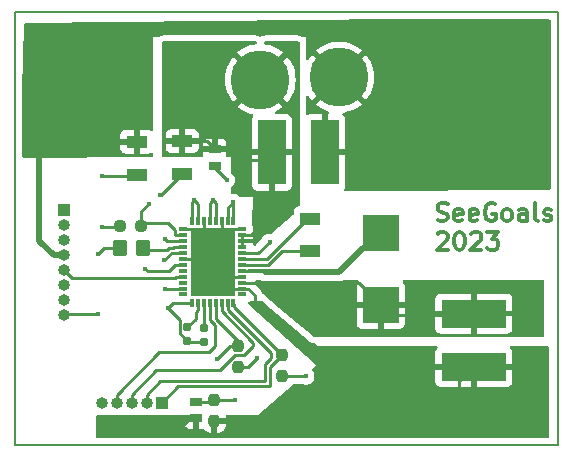
<source format=gbr>
%TF.GenerationSoftware,KiCad,Pcbnew,7.0.9-7.0.9~ubuntu22.04.1*%
%TF.CreationDate,2023-12-22T20:55:05+01:00*%
%TF.ProjectId,driver_seperate,64726976-6572-45f7-9365-706572617465,rev?*%
%TF.SameCoordinates,Original*%
%TF.FileFunction,Copper,L1,Top*%
%TF.FilePolarity,Positive*%
%FSLAX46Y46*%
G04 Gerber Fmt 4.6, Leading zero omitted, Abs format (unit mm)*
G04 Created by KiCad (PCBNEW 7.0.9-7.0.9~ubuntu22.04.1) date 2023-12-22 20:55:05*
%MOMM*%
%LPD*%
G01*
G04 APERTURE LIST*
G04 Aperture macros list*
%AMRoundRect*
0 Rectangle with rounded corners*
0 $1 Rounding radius*
0 $2 $3 $4 $5 $6 $7 $8 $9 X,Y pos of 4 corners*
0 Add a 4 corners polygon primitive as box body*
4,1,4,$2,$3,$4,$5,$6,$7,$8,$9,$2,$3,0*
0 Add four circle primitives for the rounded corners*
1,1,$1+$1,$2,$3*
1,1,$1+$1,$4,$5*
1,1,$1+$1,$6,$7*
1,1,$1+$1,$8,$9*
0 Add four rect primitives between the rounded corners*
20,1,$1+$1,$2,$3,$4,$5,0*
20,1,$1+$1,$4,$5,$6,$7,0*
20,1,$1+$1,$6,$7,$8,$9,0*
20,1,$1+$1,$8,$9,$2,$3,0*%
G04 Aperture macros list end*
%TA.AperFunction,NonConductor*%
%ADD10C,0.200000*%
%TD*%
%ADD11C,0.300000*%
%TA.AperFunction,NonConductor*%
%ADD12C,0.300000*%
%TD*%
%TA.AperFunction,SMDPad,CuDef*%
%ADD13R,1.820000X1.020000*%
%TD*%
%TA.AperFunction,SMDPad,CuDef*%
%ADD14RoundRect,0.237500X-0.237500X0.250000X-0.237500X-0.250000X0.237500X-0.250000X0.237500X0.250000X0*%
%TD*%
%TA.AperFunction,SMDPad,CuDef*%
%ADD15RoundRect,0.237500X-0.250000X-0.237500X0.250000X-0.237500X0.250000X0.237500X-0.250000X0.237500X0*%
%TD*%
%TA.AperFunction,SMDPad,CuDef*%
%ADD16R,3.100000X3.050000*%
%TD*%
%TA.AperFunction,ComponentPad*%
%ADD17C,5.000000*%
%TD*%
%TA.AperFunction,SMDPad,CuDef*%
%ADD18R,0.980000X0.780000*%
%TD*%
%TA.AperFunction,SMDPad,CuDef*%
%ADD19RoundRect,0.250000X0.350000X0.450000X-0.350000X0.450000X-0.350000X-0.450000X0.350000X-0.450000X0*%
%TD*%
%TA.AperFunction,ComponentPad*%
%ADD20R,1.000000X1.000000*%
%TD*%
%TA.AperFunction,ComponentPad*%
%ADD21O,1.000000X1.000000*%
%TD*%
%TA.AperFunction,SMDPad,CuDef*%
%ADD22RoundRect,0.160000X-0.160000X0.197500X-0.160000X-0.197500X0.160000X-0.197500X0.160000X0.197500X0*%
%TD*%
%TA.AperFunction,SMDPad,CuDef*%
%ADD23R,1.820000X1.070000*%
%TD*%
%TA.AperFunction,SMDPad,CuDef*%
%ADD24RoundRect,0.237500X0.237500X-0.250000X0.237500X0.250000X-0.237500X0.250000X-0.237500X-0.250000X0*%
%TD*%
%TA.AperFunction,SMDPad,CuDef*%
%ADD25R,2.390000X5.510000*%
%TD*%
%TA.AperFunction,SMDPad,CuDef*%
%ADD26R,0.800000X0.300000*%
%TD*%
%TA.AperFunction,SMDPad,CuDef*%
%ADD27R,0.300000X0.800000*%
%TD*%
%TA.AperFunction,SMDPad,CuDef*%
%ADD28R,3.800000X5.800000*%
%TD*%
%TA.AperFunction,SMDPad,CuDef*%
%ADD29R,5.510000X2.390000*%
%TD*%
%TA.AperFunction,ViaPad*%
%ADD30C,0.400000*%
%TD*%
%TA.AperFunction,ViaPad*%
%ADD31C,0.600000*%
%TD*%
%TA.AperFunction,Conductor*%
%ADD32C,0.250000*%
%TD*%
%TA.AperFunction,Conductor*%
%ADD33C,0.500000*%
%TD*%
%TA.AperFunction,Conductor*%
%ADD34C,0.350000*%
%TD*%
G04 APERTURE END LIST*
D10*
X134620000Y-78562200D02*
X180594000Y-78562200D01*
X180594000Y-115189000D01*
X134620000Y-115189000D01*
X134620000Y-78562200D01*
D11*
D12*
X170409082Y-96171200D02*
X170623368Y-96242628D01*
X170623368Y-96242628D02*
X170980510Y-96242628D01*
X170980510Y-96242628D02*
X171123368Y-96171200D01*
X171123368Y-96171200D02*
X171194796Y-96099771D01*
X171194796Y-96099771D02*
X171266225Y-95956914D01*
X171266225Y-95956914D02*
X171266225Y-95814057D01*
X171266225Y-95814057D02*
X171194796Y-95671200D01*
X171194796Y-95671200D02*
X171123368Y-95599771D01*
X171123368Y-95599771D02*
X170980510Y-95528342D01*
X170980510Y-95528342D02*
X170694796Y-95456914D01*
X170694796Y-95456914D02*
X170551939Y-95385485D01*
X170551939Y-95385485D02*
X170480510Y-95314057D01*
X170480510Y-95314057D02*
X170409082Y-95171200D01*
X170409082Y-95171200D02*
X170409082Y-95028342D01*
X170409082Y-95028342D02*
X170480510Y-94885485D01*
X170480510Y-94885485D02*
X170551939Y-94814057D01*
X170551939Y-94814057D02*
X170694796Y-94742628D01*
X170694796Y-94742628D02*
X171051939Y-94742628D01*
X171051939Y-94742628D02*
X171266225Y-94814057D01*
X172480510Y-96171200D02*
X172337653Y-96242628D01*
X172337653Y-96242628D02*
X172051939Y-96242628D01*
X172051939Y-96242628D02*
X171909081Y-96171200D01*
X171909081Y-96171200D02*
X171837653Y-96028342D01*
X171837653Y-96028342D02*
X171837653Y-95456914D01*
X171837653Y-95456914D02*
X171909081Y-95314057D01*
X171909081Y-95314057D02*
X172051939Y-95242628D01*
X172051939Y-95242628D02*
X172337653Y-95242628D01*
X172337653Y-95242628D02*
X172480510Y-95314057D01*
X172480510Y-95314057D02*
X172551939Y-95456914D01*
X172551939Y-95456914D02*
X172551939Y-95599771D01*
X172551939Y-95599771D02*
X171837653Y-95742628D01*
X173766224Y-96171200D02*
X173623367Y-96242628D01*
X173623367Y-96242628D02*
X173337653Y-96242628D01*
X173337653Y-96242628D02*
X173194795Y-96171200D01*
X173194795Y-96171200D02*
X173123367Y-96028342D01*
X173123367Y-96028342D02*
X173123367Y-95456914D01*
X173123367Y-95456914D02*
X173194795Y-95314057D01*
X173194795Y-95314057D02*
X173337653Y-95242628D01*
X173337653Y-95242628D02*
X173623367Y-95242628D01*
X173623367Y-95242628D02*
X173766224Y-95314057D01*
X173766224Y-95314057D02*
X173837653Y-95456914D01*
X173837653Y-95456914D02*
X173837653Y-95599771D01*
X173837653Y-95599771D02*
X173123367Y-95742628D01*
X175266224Y-94814057D02*
X175123367Y-94742628D01*
X175123367Y-94742628D02*
X174909081Y-94742628D01*
X174909081Y-94742628D02*
X174694795Y-94814057D01*
X174694795Y-94814057D02*
X174551938Y-94956914D01*
X174551938Y-94956914D02*
X174480509Y-95099771D01*
X174480509Y-95099771D02*
X174409081Y-95385485D01*
X174409081Y-95385485D02*
X174409081Y-95599771D01*
X174409081Y-95599771D02*
X174480509Y-95885485D01*
X174480509Y-95885485D02*
X174551938Y-96028342D01*
X174551938Y-96028342D02*
X174694795Y-96171200D01*
X174694795Y-96171200D02*
X174909081Y-96242628D01*
X174909081Y-96242628D02*
X175051938Y-96242628D01*
X175051938Y-96242628D02*
X175266224Y-96171200D01*
X175266224Y-96171200D02*
X175337652Y-96099771D01*
X175337652Y-96099771D02*
X175337652Y-95599771D01*
X175337652Y-95599771D02*
X175051938Y-95599771D01*
X176194795Y-96242628D02*
X176051938Y-96171200D01*
X176051938Y-96171200D02*
X175980509Y-96099771D01*
X175980509Y-96099771D02*
X175909081Y-95956914D01*
X175909081Y-95956914D02*
X175909081Y-95528342D01*
X175909081Y-95528342D02*
X175980509Y-95385485D01*
X175980509Y-95385485D02*
X176051938Y-95314057D01*
X176051938Y-95314057D02*
X176194795Y-95242628D01*
X176194795Y-95242628D02*
X176409081Y-95242628D01*
X176409081Y-95242628D02*
X176551938Y-95314057D01*
X176551938Y-95314057D02*
X176623367Y-95385485D01*
X176623367Y-95385485D02*
X176694795Y-95528342D01*
X176694795Y-95528342D02*
X176694795Y-95956914D01*
X176694795Y-95956914D02*
X176623367Y-96099771D01*
X176623367Y-96099771D02*
X176551938Y-96171200D01*
X176551938Y-96171200D02*
X176409081Y-96242628D01*
X176409081Y-96242628D02*
X176194795Y-96242628D01*
X177980510Y-96242628D02*
X177980510Y-95456914D01*
X177980510Y-95456914D02*
X177909081Y-95314057D01*
X177909081Y-95314057D02*
X177766224Y-95242628D01*
X177766224Y-95242628D02*
X177480510Y-95242628D01*
X177480510Y-95242628D02*
X177337652Y-95314057D01*
X177980510Y-96171200D02*
X177837652Y-96242628D01*
X177837652Y-96242628D02*
X177480510Y-96242628D01*
X177480510Y-96242628D02*
X177337652Y-96171200D01*
X177337652Y-96171200D02*
X177266224Y-96028342D01*
X177266224Y-96028342D02*
X177266224Y-95885485D01*
X177266224Y-95885485D02*
X177337652Y-95742628D01*
X177337652Y-95742628D02*
X177480510Y-95671200D01*
X177480510Y-95671200D02*
X177837652Y-95671200D01*
X177837652Y-95671200D02*
X177980510Y-95599771D01*
X178909081Y-96242628D02*
X178766224Y-96171200D01*
X178766224Y-96171200D02*
X178694795Y-96028342D01*
X178694795Y-96028342D02*
X178694795Y-94742628D01*
X179409081Y-96171200D02*
X179551938Y-96242628D01*
X179551938Y-96242628D02*
X179837652Y-96242628D01*
X179837652Y-96242628D02*
X179980509Y-96171200D01*
X179980509Y-96171200D02*
X180051938Y-96028342D01*
X180051938Y-96028342D02*
X180051938Y-95956914D01*
X180051938Y-95956914D02*
X179980509Y-95814057D01*
X179980509Y-95814057D02*
X179837652Y-95742628D01*
X179837652Y-95742628D02*
X179623367Y-95742628D01*
X179623367Y-95742628D02*
X179480509Y-95671200D01*
X179480509Y-95671200D02*
X179409081Y-95528342D01*
X179409081Y-95528342D02*
X179409081Y-95456914D01*
X179409081Y-95456914D02*
X179480509Y-95314057D01*
X179480509Y-95314057D02*
X179623367Y-95242628D01*
X179623367Y-95242628D02*
X179837652Y-95242628D01*
X179837652Y-95242628D02*
X179980509Y-95314057D01*
X170409082Y-97300485D02*
X170480510Y-97229057D01*
X170480510Y-97229057D02*
X170623368Y-97157628D01*
X170623368Y-97157628D02*
X170980510Y-97157628D01*
X170980510Y-97157628D02*
X171123368Y-97229057D01*
X171123368Y-97229057D02*
X171194796Y-97300485D01*
X171194796Y-97300485D02*
X171266225Y-97443342D01*
X171266225Y-97443342D02*
X171266225Y-97586200D01*
X171266225Y-97586200D02*
X171194796Y-97800485D01*
X171194796Y-97800485D02*
X170337653Y-98657628D01*
X170337653Y-98657628D02*
X171266225Y-98657628D01*
X172194796Y-97157628D02*
X172337653Y-97157628D01*
X172337653Y-97157628D02*
X172480510Y-97229057D01*
X172480510Y-97229057D02*
X172551939Y-97300485D01*
X172551939Y-97300485D02*
X172623367Y-97443342D01*
X172623367Y-97443342D02*
X172694796Y-97729057D01*
X172694796Y-97729057D02*
X172694796Y-98086200D01*
X172694796Y-98086200D02*
X172623367Y-98371914D01*
X172623367Y-98371914D02*
X172551939Y-98514771D01*
X172551939Y-98514771D02*
X172480510Y-98586200D01*
X172480510Y-98586200D02*
X172337653Y-98657628D01*
X172337653Y-98657628D02*
X172194796Y-98657628D01*
X172194796Y-98657628D02*
X172051939Y-98586200D01*
X172051939Y-98586200D02*
X171980510Y-98514771D01*
X171980510Y-98514771D02*
X171909081Y-98371914D01*
X171909081Y-98371914D02*
X171837653Y-98086200D01*
X171837653Y-98086200D02*
X171837653Y-97729057D01*
X171837653Y-97729057D02*
X171909081Y-97443342D01*
X171909081Y-97443342D02*
X171980510Y-97300485D01*
X171980510Y-97300485D02*
X172051939Y-97229057D01*
X172051939Y-97229057D02*
X172194796Y-97157628D01*
X173266224Y-97300485D02*
X173337652Y-97229057D01*
X173337652Y-97229057D02*
X173480510Y-97157628D01*
X173480510Y-97157628D02*
X173837652Y-97157628D01*
X173837652Y-97157628D02*
X173980510Y-97229057D01*
X173980510Y-97229057D02*
X174051938Y-97300485D01*
X174051938Y-97300485D02*
X174123367Y-97443342D01*
X174123367Y-97443342D02*
X174123367Y-97586200D01*
X174123367Y-97586200D02*
X174051938Y-97800485D01*
X174051938Y-97800485D02*
X173194795Y-98657628D01*
X173194795Y-98657628D02*
X174123367Y-98657628D01*
X174623366Y-97157628D02*
X175551938Y-97157628D01*
X175551938Y-97157628D02*
X175051938Y-97729057D01*
X175051938Y-97729057D02*
X175266223Y-97729057D01*
X175266223Y-97729057D02*
X175409081Y-97800485D01*
X175409081Y-97800485D02*
X175480509Y-97871914D01*
X175480509Y-97871914D02*
X175551938Y-98014771D01*
X175551938Y-98014771D02*
X175551938Y-98371914D01*
X175551938Y-98371914D02*
X175480509Y-98514771D01*
X175480509Y-98514771D02*
X175409081Y-98586200D01*
X175409081Y-98586200D02*
X175266223Y-98657628D01*
X175266223Y-98657628D02*
X174837652Y-98657628D01*
X174837652Y-98657628D02*
X174694795Y-98586200D01*
X174694795Y-98586200D02*
X174623366Y-98514771D01*
D13*
%TO.P,C2,1*%
%TO.N,Net-(IC1-CP)*%
X148794400Y-92261800D03*
%TO.P,C2,2*%
%TO.N,/VM*%
X148794400Y-89461800D03*
%TD*%
D14*
%TO.P,R2,1*%
%TO.N,Net-(IC1-ILIM)*%
X151511000Y-111355500D03*
%TO.P,R2,2*%
%TO.N,GND*%
X151511000Y-113180500D03*
%TD*%
D15*
%TO.P,R4,1*%
%TO.N,/AVDD*%
X143510000Y-96647000D03*
%TO.P,R4,2*%
%TO.N,/nFAULT*%
X145335000Y-96647000D03*
%TD*%
D16*
%TO.P,L1,1*%
%TO.N,Net-(IC1-SW_BK)*%
X165608000Y-97229200D03*
%TO.P,L1,2*%
%TO.N,/SW_BK*%
X165608000Y-103329200D03*
%TD*%
D17*
%TO.P,IN-1,1,1*%
%TO.N,GND*%
X162052000Y-84074000D03*
%TD*%
D18*
%TO.P,C7,1*%
%TO.N,Net-(IC1-ILIM)*%
X149987000Y-111526500D03*
%TO.P,C7,2*%
%TO.N,GND*%
X149987000Y-112926500D03*
%TD*%
D19*
%TO.P,R5,1*%
%TO.N,Net-(IC1-VSEL_BK)*%
X145510000Y-98552000D03*
%TO.P,R5,2*%
%TO.N,/AVDD*%
X143510000Y-98552000D03*
%TD*%
D13*
%TO.P,C5,1*%
%TO.N,/AVDD*%
X144933600Y-92306600D03*
%TO.P,C5,2*%
%TO.N,GND*%
X144933600Y-89506600D03*
%TD*%
D20*
%TO.P,J1,1,Pin_1*%
%TO.N,/U*%
X138785600Y-95300800D03*
D21*
%TO.P,J1,2,Pin_2*%
%TO.N,/V*%
X138785600Y-96570800D03*
%TO.P,J1,3,Pin_3*%
%TO.N,/W*%
X138785600Y-97840800D03*
%TO.P,J1,4,Pin_4*%
%TO.N,GND*%
X138785600Y-99110800D03*
%TO.P,J1,5,Pin_5*%
%TO.N,/H2*%
X138785600Y-100380800D03*
%TO.P,J1,6,Pin_6*%
%TO.N,/H1*%
X138785600Y-101650800D03*
%TO.P,J1,7,Pin_7*%
%TO.N,/H3*%
X138785600Y-102920800D03*
%TO.P,J1,8,Pin_8*%
%TO.N,/SW_BK*%
X138785600Y-104190800D03*
%TD*%
D22*
%TO.P,R6,1*%
%TO.N,Net-(IC1-SLEW)*%
X149225000Y-105193500D03*
%TO.P,R6,2*%
%TO.N,/AVDD*%
X149225000Y-106388500D03*
%TD*%
D23*
%TO.P,C1,1*%
%TO.N,Net-(IC1-CPH)*%
X159639000Y-96029000D03*
%TO.P,C1,2*%
%TO.N,Net-(IC1-CPL)*%
X159639000Y-98789000D03*
%TD*%
D24*
%TO.P,R3,1*%
%TO.N,/AVDD*%
X157226000Y-109370500D03*
%TO.P,R3,2*%
%TO.N,/FGOUT*%
X157226000Y-107545500D03*
%TD*%
%TO.P,R1,1*%
%TO.N,/AVDD*%
X153543000Y-108608500D03*
%TO.P,R1,2*%
%TO.N,Net-(IC1-ILIM)*%
X153543000Y-106783500D03*
%TD*%
D17*
%TO.P,IN+1,1,1*%
%TO.N,/VM*%
X155397200Y-84248800D03*
%TD*%
D22*
%TO.P,R7,1*%
%TO.N,Net-(IC1-ADVANCE)*%
X150622000Y-105320500D03*
%TO.P,R7,2*%
%TO.N,/AVDD*%
X150622000Y-106515500D03*
%TD*%
D20*
%TO.P,J2,1,Pin_1*%
%TO.N,/FGOUT*%
X147066000Y-111633000D03*
D21*
%TO.P,J2,2,Pin_2*%
%TO.N,/PWM*%
X145796000Y-111633000D03*
%TO.P,J2,3,Pin_3*%
%TO.N,/BRAKE*%
X144526000Y-111633000D03*
%TO.P,J2,4,Pin_4*%
%TO.N,/DIR*%
X143256000Y-111633000D03*
%TO.P,J2,5,Pin_5*%
%TO.N,/nFAULT*%
X141986000Y-111633000D03*
%TD*%
D18*
%TO.P,C3,1*%
%TO.N,/VM*%
X151537600Y-90144600D03*
%TO.P,C3,2*%
%TO.N,GND*%
X151537600Y-91544600D03*
%TD*%
D25*
%TO.P,C4,1*%
%TO.N,/VM*%
X156389000Y-90424000D03*
%TO.P,C4,2*%
%TO.N,GND*%
X160909000Y-90424000D03*
%TD*%
D26*
%TO.P,IC1,1,NC*%
%TO.N,unconnected-(IC1-NC-Pad1)*%
X153884000Y-102445000D03*
%TO.P,IC1,2,AGND_1*%
%TO.N,GND*%
X153884000Y-101945000D03*
%TO.P,IC1,3,FB_BK*%
%TO.N,/SW_BK*%
X153884000Y-101445000D03*
%TO.P,IC1,4,GND_BK*%
%TO.N,GND*%
X153884000Y-100945000D03*
%TO.P,IC1,5,SW_BK*%
%TO.N,Net-(IC1-SW_BK)*%
X153884000Y-100445000D03*
%TO.P,IC1,6,CPL*%
%TO.N,Net-(IC1-CPL)*%
X153884000Y-99945000D03*
%TO.P,IC1,7,CPH*%
%TO.N,Net-(IC1-CPH)*%
X153884000Y-99445000D03*
%TO.P,IC1,8,CP*%
%TO.N,Net-(IC1-CP)*%
X153884000Y-98945000D03*
%TO.P,IC1,9,VM_1*%
%TO.N,/VM*%
X153884000Y-98445000D03*
%TO.P,IC1,10,VM_2*%
X153884000Y-97945000D03*
%TO.P,IC1,11,VM_3*%
X153884000Y-97445000D03*
%TO.P,IC1,12,PGND_1*%
%TO.N,GND*%
X153884000Y-96945000D03*
D27*
%TO.P,IC1,13,OUTA_1*%
%TO.N,/U*%
X153134000Y-96195000D03*
%TO.P,IC1,14,OUTA_2*%
X152634000Y-96195000D03*
%TO.P,IC1,15,PGND_2*%
%TO.N,GND*%
X152134000Y-96195000D03*
%TO.P,IC1,16,OUTB_1*%
%TO.N,/V*%
X151634000Y-96195000D03*
%TO.P,IC1,17,OUTB_2*%
X151134000Y-96195000D03*
%TO.P,IC1,18,PGND_3*%
%TO.N,GND*%
X150634000Y-96195000D03*
%TO.P,IC1,19,OUTC_1*%
%TO.N,/W*%
X150134000Y-96195000D03*
%TO.P,IC1,20,OUTC_2*%
X149634000Y-96195000D03*
D26*
%TO.P,IC1,21,DRVOFF*%
%TO.N,GND*%
X148884000Y-96945000D03*
%TO.P,IC1,22,NFAULT*%
%TO.N,/nFAULT*%
X148884000Y-97445000D03*
%TO.P,IC1,23,NSLEEP*%
%TO.N,/AVDD*%
X148884000Y-97945000D03*
%TO.P,IC1,24,VSEL_BK*%
%TO.N,Net-(IC1-VSEL_BK)*%
X148884000Y-98445000D03*
%TO.P,IC1,25,AVDD*%
%TO.N,/AVDD*%
X148884000Y-98945000D03*
%TO.P,IC1,26,AGND_2*%
%TO.N,GND*%
X148884000Y-99445000D03*
%TO.P,IC1,27,HPA*%
%TO.N,/H1*%
X148884000Y-99945000D03*
%TO.P,IC1,28,HNA*%
%TO.N,unconnected-(IC1-HNA-Pad28)*%
X148884000Y-100445000D03*
%TO.P,IC1,29,HPB*%
%TO.N,/H2*%
X148884000Y-100945000D03*
%TO.P,IC1,30,HNB*%
%TO.N,unconnected-(IC1-HNB-Pad30)*%
X148884000Y-101445000D03*
%TO.P,IC1,31,HPC*%
%TO.N,/H3*%
X148884000Y-101945000D03*
%TO.P,IC1,32,HNC*%
%TO.N,unconnected-(IC1-HNC-Pad32)*%
X148884000Y-102445000D03*
D27*
%TO.P,IC1,33,MODE*%
%TO.N,/AVDD*%
X149634000Y-103195000D03*
%TO.P,IC1,34,SLEW*%
%TO.N,Net-(IC1-SLEW)*%
X150134000Y-103195000D03*
%TO.P,IC1,35,ADVANCE*%
%TO.N,Net-(IC1-ADVANCE)*%
X150634000Y-103195000D03*
%TO.P,IC1,36,DIR*%
%TO.N,/DIR*%
X151134000Y-103195000D03*
%TO.P,IC1,37,ILIM*%
%TO.N,Net-(IC1-ILIM)*%
X151634000Y-103195000D03*
%TO.P,IC1,38,BRAKE*%
%TO.N,/BRAKE*%
X152134000Y-103195000D03*
%TO.P,IC1,39,PWM*%
%TO.N,/PWM*%
X152634000Y-103195000D03*
%TO.P,IC1,40,FGOUT*%
%TO.N,/FGOUT*%
X153134000Y-103195000D03*
D28*
%TO.P,IC1,41,EP*%
%TO.N,GND*%
X151384000Y-99695000D03*
%TD*%
D29*
%TO.P,C6,1*%
%TO.N,/SW_BK*%
X173482000Y-104064400D03*
%TO.P,C6,2*%
%TO.N,GND*%
X173482000Y-108584400D03*
%TD*%
D30*
%TO.N,Net-(IC1-ILIM)*%
X151714200Y-107924600D03*
X153263600Y-111353600D03*
D31*
%TO.N,GND*%
X151841200Y-97282000D03*
D30*
X144932400Y-87630000D03*
D31*
X150164800Y-99669600D03*
D30*
X163449000Y-92456000D03*
D31*
X151282400Y-100888800D03*
D30*
X175666400Y-111302800D03*
X173939200Y-111277400D03*
X148361400Y-114046000D03*
X163449000Y-89662000D03*
D31*
X150672800Y-101904800D03*
X151942800Y-101904800D03*
D30*
X163449000Y-91059000D03*
D31*
X152450800Y-99669600D03*
D30*
X163449000Y-88392000D03*
X153466800Y-113182400D03*
D31*
X150114000Y-100888800D03*
X152501600Y-100888800D03*
D30*
X170484800Y-111302800D03*
X152552400Y-92760800D03*
D31*
X150723600Y-97282000D03*
X152501600Y-98348800D03*
X151282400Y-99669600D03*
X150164800Y-98348800D03*
D30*
X172212000Y-111277400D03*
D31*
X151282400Y-98348800D03*
D30*
%TO.N,/AVDD*%
X142036800Y-92405200D03*
X155092400Y-107848400D03*
X159283400Y-109372400D03*
X147269200Y-99568000D03*
X147320000Y-97790000D03*
X141986000Y-96774000D03*
X141630400Y-99060000D03*
X147574000Y-103615500D03*
%TO.N,/SW_BK*%
X141681200Y-104140000D03*
X159664400Y-103251000D03*
%TO.N,Net-(IC1-CP)*%
X146913600Y-94030800D03*
X156184600Y-97993200D03*
%TO.N,/VM*%
X154178000Y-91059000D03*
X154178000Y-92456000D03*
X154178000Y-88392000D03*
X154178000Y-89662000D03*
%TO.N,/W*%
X149809200Y-94488000D03*
%TO.N,/V*%
X151384000Y-94488000D03*
%TO.N,/U*%
X153111200Y-94640400D03*
%TO.N,/H3*%
X147320000Y-101981000D03*
%TO.N,/H1*%
X145618200Y-100253800D03*
%TO.N,/nFAULT*%
X145948400Y-94792800D03*
%TD*%
D32*
%TO.N,/H1*%
X145618200Y-100253800D02*
X145859400Y-100495000D01*
X145859400Y-100495000D02*
X147634000Y-100495000D01*
X147634000Y-100495000D02*
X148184000Y-99945000D01*
X148184000Y-99945000D02*
X148884000Y-99945000D01*
%TO.N,/H2*%
X148884000Y-100945000D02*
X148306000Y-100945000D01*
X148306000Y-100945000D02*
X148159000Y-101092000D01*
X148159000Y-101092000D02*
X139496800Y-101092000D01*
X139496800Y-101092000D02*
X138785600Y-100380800D01*
%TO.N,/AVDD*%
X147320000Y-97790000D02*
X147475000Y-97945000D01*
X147475000Y-97945000D02*
X148884000Y-97945000D01*
%TO.N,/nFAULT*%
X145335000Y-96647000D02*
X145589000Y-96393000D01*
X145589000Y-96393000D02*
X147574000Y-96393000D01*
X147574000Y-96393000D02*
X148159000Y-96978000D01*
X148184000Y-97445000D02*
X148884000Y-97445000D01*
X148159000Y-96978000D02*
X148159000Y-97420000D01*
X148159000Y-97420000D02*
X148184000Y-97445000D01*
%TO.N,Net-(IC1-ILIM)*%
X149987000Y-111526500D02*
X151340000Y-111526500D01*
X151714200Y-107924600D02*
X152855300Y-106783500D01*
X153543000Y-106402500D02*
X151634000Y-104493500D01*
X151634000Y-104493500D02*
X151634000Y-103195000D01*
X153543000Y-106783500D02*
X153543000Y-106402500D01*
X151340000Y-111526500D02*
X151511000Y-111355500D01*
X153261700Y-111355500D02*
X151511000Y-111355500D01*
X153263600Y-111353600D02*
X153261700Y-111355500D01*
X152855300Y-106783500D02*
X153543000Y-106783500D01*
%TO.N,GND*%
X154396000Y-101945000D02*
X154940000Y-102489000D01*
X151983000Y-101945000D02*
X151942800Y-101904800D01*
D33*
X136702800Y-97891600D02*
X136702800Y-88239600D01*
D32*
X172186600Y-111302800D02*
X170484800Y-111302800D01*
X162814000Y-90424000D02*
X160909000Y-90424000D01*
X144933600Y-87631200D02*
X144933600Y-89506600D01*
X152134000Y-96195000D02*
X152134000Y-96989200D01*
X151537600Y-91746000D02*
X151537600Y-91544600D01*
X153884000Y-100945000D02*
X152557800Y-100945000D01*
X148884000Y-99445000D02*
X149940200Y-99445000D01*
X152178200Y-96945000D02*
X151841200Y-97282000D01*
X163449000Y-92456000D02*
X163449000Y-91059000D01*
X148884000Y-96945000D02*
X150386600Y-96945000D01*
X172212000Y-111277400D02*
X173939200Y-111277400D01*
X144932400Y-87630000D02*
X144933600Y-87631200D01*
X163449000Y-91059000D02*
X162814000Y-90424000D01*
X150634000Y-97192400D02*
X150723600Y-97282000D01*
X153884000Y-101945000D02*
X151983000Y-101945000D01*
X175641000Y-111277400D02*
X175666400Y-111302800D01*
X153466800Y-113182400D02*
X153464900Y-113180500D01*
X173406400Y-108584400D02*
X173482000Y-108584400D01*
X154940000Y-102489000D02*
X154940000Y-103378000D01*
X172212000Y-111277400D02*
X172212000Y-109778800D01*
X152134000Y-96989200D02*
X151841200Y-97282000D01*
X152552400Y-92760800D02*
X151537600Y-91746000D01*
X173939200Y-111277400D02*
X175641000Y-111277400D01*
D33*
X137922000Y-99110800D02*
X136702800Y-97891600D01*
D32*
X172212000Y-111277400D02*
X172186600Y-111302800D01*
X153464900Y-113180500D02*
X151511000Y-113180500D01*
X149940200Y-99445000D02*
X150164800Y-99669600D01*
X150386600Y-96945000D02*
X150723600Y-97282000D01*
X172212000Y-109778800D02*
X173406400Y-108584400D01*
X163449000Y-88392000D02*
X163449000Y-89662000D01*
X150634000Y-96195000D02*
X150634000Y-97192400D01*
D33*
X136702800Y-88239600D02*
X136779000Y-88163400D01*
D32*
X152557800Y-100945000D02*
X152501600Y-100888800D01*
X153884000Y-101945000D02*
X154396000Y-101945000D01*
X163449000Y-89662000D02*
X163449000Y-91059000D01*
X153884000Y-96945000D02*
X152178200Y-96945000D01*
X149480900Y-112926500D02*
X149987000Y-112926500D01*
D33*
X138785600Y-99110800D02*
X137922000Y-99110800D01*
D32*
X148361400Y-114046000D02*
X149480900Y-112926500D01*
%TO.N,/AVDD*%
X144835000Y-92405200D02*
X144933600Y-92306600D01*
X147269200Y-99568000D02*
X147892200Y-98945000D01*
X157226000Y-109370500D02*
X159281500Y-109370500D01*
X143383000Y-96774000D02*
X143510000Y-96647000D01*
X148580000Y-104621500D02*
X148580000Y-105743500D01*
X147994500Y-103195000D02*
X149634000Y-103195000D01*
X148580000Y-105743500D02*
X149225000Y-106388500D01*
X149352000Y-106515500D02*
X149225000Y-106388500D01*
X141986000Y-96774000D02*
X143383000Y-96774000D01*
X147574000Y-103615500D02*
X148580000Y-104621500D01*
X142036800Y-92405200D02*
X144835000Y-92405200D01*
X141630400Y-99060000D02*
X142138400Y-98552000D01*
X159281500Y-109370500D02*
X159283400Y-109372400D01*
X147892200Y-98945000D02*
X148884000Y-98945000D01*
X150622000Y-106515500D02*
X149352000Y-106515500D01*
X147574000Y-103615500D02*
X147994500Y-103195000D01*
X142138400Y-98552000D02*
X143510000Y-98552000D01*
X154332300Y-108608500D02*
X153543000Y-108608500D01*
X155092400Y-107848400D02*
X154332300Y-108608500D01*
%TO.N,/SW_BK*%
X163751800Y-101473000D02*
X155829000Y-101473000D01*
X141681200Y-104140000D02*
X138836400Y-104140000D01*
X173381000Y-104165400D02*
X173482000Y-104064400D01*
X138836400Y-104140000D02*
X138785600Y-104190800D01*
X153884000Y-101445000D02*
X155801000Y-101445000D01*
X159664400Y-103251000D02*
X157886400Y-101473000D01*
X166444200Y-104165400D02*
X173381000Y-104165400D01*
X165608000Y-103329200D02*
X166444200Y-104165400D01*
X157886400Y-101473000D02*
X155829000Y-101473000D01*
X165608000Y-103329200D02*
X163751800Y-101473000D01*
X155801000Y-101445000D02*
X155829000Y-101473000D01*
%TO.N,Net-(IC1-CP)*%
X147025400Y-94030800D02*
X148794400Y-92261800D01*
X156184600Y-97993200D02*
X155232800Y-98945000D01*
X146913600Y-94030800D02*
X147025400Y-94030800D01*
X155232800Y-98945000D02*
X153884000Y-98945000D01*
%TO.N,/VM*%
X155754000Y-91059000D02*
X156389000Y-90424000D01*
X154584000Y-97445000D02*
X156389000Y-95640000D01*
X156389000Y-95640000D02*
X156389000Y-90424000D01*
X154178000Y-92456000D02*
X154178000Y-91059000D01*
X150854800Y-89461800D02*
X151537600Y-90144600D01*
X154178000Y-88392000D02*
X154178000Y-89662000D01*
X153884000Y-97445000D02*
X154584000Y-97445000D01*
X148794400Y-89461800D02*
X150854800Y-89461800D01*
X153695400Y-90144600D02*
X154178000Y-89662000D01*
X154178000Y-91059000D02*
X154178000Y-89662000D01*
X151537600Y-90144600D02*
X153695400Y-90144600D01*
X153884000Y-98445000D02*
X153884000Y-97945000D01*
X153884000Y-97945000D02*
X153884000Y-97445000D01*
X154178000Y-91059000D02*
X155754000Y-91059000D01*
%TO.N,Net-(IC1-CPH)*%
X159639000Y-96029000D02*
X159368000Y-96029000D01*
X159368000Y-96029000D02*
X155952000Y-99445000D01*
X155952000Y-99445000D02*
X153884000Y-99445000D01*
%TO.N,Net-(IC1-CPL)*%
X159622000Y-98806000D02*
X157227396Y-98806000D01*
X156088396Y-99945000D02*
X153884000Y-99945000D01*
X157227396Y-98806000D02*
X156088396Y-99945000D01*
X159639000Y-98789000D02*
X159622000Y-98806000D01*
%TO.N,/PWM*%
X145796000Y-111633000D02*
X145796000Y-110925894D01*
X146935894Y-109786000D02*
X155760000Y-109786000D01*
X156337000Y-107798104D02*
X156337000Y-107442000D01*
X152634000Y-103739000D02*
X152634000Y-103195000D01*
X155760000Y-109786000D02*
X155760000Y-108375104D01*
X156337000Y-107442000D02*
X152634000Y-103739000D01*
X155760000Y-108375104D02*
X156337000Y-107798104D01*
X145796000Y-110925894D02*
X146935894Y-109786000D01*
%TO.N,/DIR*%
X151536400Y-105032296D02*
X151134000Y-104629896D01*
X151536400Y-106832400D02*
X151536400Y-105032296D01*
X146841494Y-107340400D02*
X151028400Y-107340400D01*
X143256000Y-110925894D02*
X146841494Y-107340400D01*
X151028400Y-107340400D02*
X151536400Y-106832400D01*
X143256000Y-111633000D02*
X143256000Y-110925894D01*
X151134000Y-104629896D02*
X151134000Y-103195000D01*
%TO.N,/BRAKE*%
X144526000Y-110925894D02*
X146602894Y-108849000D01*
X154813000Y-106554396D02*
X152134000Y-103875396D01*
X152134000Y-103875396D02*
X152134000Y-103195000D01*
X152009000Y-108849000D02*
X153262000Y-107596000D01*
X154813000Y-106807000D02*
X154813000Y-106554396D01*
X144526000Y-111633000D02*
X144526000Y-110925894D01*
X154024000Y-107596000D02*
X154813000Y-106807000D01*
X153262000Y-107596000D02*
X154024000Y-107596000D01*
X146602894Y-108849000D02*
X152009000Y-108849000D01*
%TO.N,/FGOUT*%
X148463000Y-110236000D02*
X156210000Y-110236000D01*
X153162000Y-103223000D02*
X153134000Y-103195000D01*
X156210000Y-108561500D02*
X157226000Y-107545500D01*
X156210000Y-110236000D02*
X156210000Y-108561500D01*
X153162000Y-103481500D02*
X153162000Y-103223000D01*
X157226000Y-107545500D02*
X153162000Y-103481500D01*
X147066000Y-111633000D02*
X148463000Y-110236000D01*
%TO.N,/W*%
X149809200Y-94488000D02*
X149634000Y-94663200D01*
X149809200Y-94488000D02*
X150134000Y-94812800D01*
X149634000Y-94663200D02*
X149634000Y-96195000D01*
X150134000Y-94812800D02*
X150134000Y-96195000D01*
%TO.N,/V*%
X151134000Y-94738000D02*
X151134000Y-96195000D01*
X151384000Y-94488000D02*
X151634000Y-94738000D01*
X151384000Y-94488000D02*
X151134000Y-94738000D01*
X151634000Y-94738000D02*
X151634000Y-96195000D01*
%TO.N,/U*%
X153111200Y-94640400D02*
X153134000Y-94663200D01*
X153111200Y-94640400D02*
X152634000Y-95117600D01*
X152634000Y-95117600D02*
X152634000Y-96195000D01*
X153134000Y-94663200D02*
X153134000Y-96195000D01*
%TO.N,/H3*%
X148884000Y-101945000D02*
X147356000Y-101945000D01*
X147356000Y-101945000D02*
X147320000Y-101981000D01*
%TO.N,/nFAULT*%
X145335000Y-95406200D02*
X145335000Y-96647000D01*
X145948400Y-94792800D02*
X145335000Y-95406200D01*
D34*
%TO.N,Net-(IC1-SW_BK)*%
X164285200Y-98552000D02*
X164084000Y-98552000D01*
X165608000Y-97229200D02*
X164285200Y-98552000D01*
X155690000Y-100445000D02*
X154470000Y-100445000D01*
D33*
X162052000Y-100584000D02*
X155829000Y-100584000D01*
D34*
X155829000Y-100584000D02*
X155690000Y-100445000D01*
D33*
X164084000Y-98552000D02*
X162052000Y-100584000D01*
D32*
X154470000Y-100445000D02*
X153884000Y-100445000D01*
%TO.N,Net-(IC1-VSEL_BK)*%
X145662400Y-98704400D02*
X147496404Y-98704400D01*
X148087400Y-98445000D02*
X148884000Y-98445000D01*
X147496404Y-98704400D02*
X147705804Y-98495000D01*
X147705804Y-98495000D02*
X148037400Y-98495000D01*
X145510000Y-98552000D02*
X145662400Y-98704400D01*
X148037400Y-98495000D02*
X148087400Y-98445000D01*
%TO.N,Net-(IC1-SLEW)*%
X149933302Y-104485198D02*
X149933302Y-103959302D01*
X150134000Y-103758604D02*
X150134000Y-103195000D01*
X149933302Y-103959302D02*
X150134000Y-103758604D01*
X149225000Y-105193500D02*
X149933302Y-104485198D01*
%TO.N,Net-(IC1-ADVANCE)*%
X150622000Y-105320500D02*
X150634000Y-105308500D01*
X150634000Y-105308500D02*
X150634000Y-103195000D01*
%TD*%
%TA.AperFunction,Conductor*%
%TO.N,GND*%
G36*
X155529858Y-103016685D02*
G01*
X155542912Y-103026337D01*
X156315903Y-103680406D01*
X156652350Y-103965092D01*
X156793705Y-104084700D01*
X159538128Y-106406905D01*
X159551127Y-106417192D01*
X159570849Y-106431775D01*
X159598085Y-106450567D01*
X159692341Y-106493613D01*
X159728963Y-106510338D01*
X159773779Y-106523497D01*
X159795997Y-106530022D01*
X159796000Y-106530022D01*
X159796002Y-106530023D01*
X159796006Y-106530024D01*
X159927924Y-106548990D01*
X159988372Y-106575410D01*
X160274000Y-106807000D01*
X170298098Y-106807000D01*
X170365137Y-106826685D01*
X170410892Y-106879489D01*
X170420836Y-106948647D01*
X170391811Y-107012203D01*
X170372408Y-107030268D01*
X170369808Y-107032214D01*
X170283649Y-107147306D01*
X170283645Y-107147313D01*
X170233403Y-107282020D01*
X170233401Y-107282027D01*
X170227000Y-107341555D01*
X170227000Y-108334400D01*
X176737000Y-108334400D01*
X176737000Y-107341572D01*
X176736999Y-107341555D01*
X176730598Y-107282027D01*
X176730596Y-107282020D01*
X176680354Y-107147313D01*
X176680350Y-107147306D01*
X176594191Y-107032214D01*
X176591592Y-107030268D01*
X176589644Y-107027666D01*
X176587918Y-107025940D01*
X176588166Y-107025691D01*
X176549720Y-106974334D01*
X176544736Y-106904643D01*
X176578220Y-106843319D01*
X176639543Y-106809834D01*
X176665902Y-106807000D01*
X179733400Y-106807000D01*
X179800439Y-106826685D01*
X179846194Y-106879489D01*
X179857400Y-106931000D01*
X179857400Y-114464500D01*
X179837715Y-114531539D01*
X179784911Y-114577294D01*
X179733400Y-114588500D01*
X141602000Y-114588500D01*
X141534961Y-114568815D01*
X141489206Y-114516011D01*
X141478000Y-114464500D01*
X141478000Y-113176500D01*
X148997000Y-113176500D01*
X148997000Y-113364344D01*
X149003401Y-113423872D01*
X149003403Y-113423879D01*
X149053645Y-113558586D01*
X149053649Y-113558593D01*
X149139809Y-113673687D01*
X149139812Y-113673690D01*
X149254906Y-113759850D01*
X149254913Y-113759854D01*
X149389620Y-113810096D01*
X149389627Y-113810098D01*
X149449155Y-113816499D01*
X149449172Y-113816500D01*
X149737000Y-113816500D01*
X149737000Y-113176500D01*
X148997000Y-113176500D01*
X141478000Y-113176500D01*
X141478000Y-112798170D01*
X141497685Y-112731131D01*
X141550489Y-112685376D01*
X141601766Y-112674170D01*
X148929513Y-112660600D01*
X148984033Y-112676500D01*
X150113000Y-112676500D01*
X150180039Y-112696185D01*
X150225794Y-112748989D01*
X150237000Y-112800500D01*
X150237000Y-113816500D01*
X150524828Y-113816500D01*
X150524839Y-113816499D01*
X150559853Y-113812734D01*
X150628612Y-113825137D01*
X150678649Y-113870925D01*
X150691054Y-113891037D01*
X150812961Y-114012944D01*
X150812965Y-114012947D01*
X150959688Y-114103448D01*
X150959699Y-114103453D01*
X151123347Y-114157680D01*
X151224352Y-114167999D01*
X151261000Y-114167999D01*
X151261000Y-113430500D01*
X151761000Y-113430500D01*
X151761000Y-114167999D01*
X151797640Y-114167999D01*
X151797654Y-114167998D01*
X151898652Y-114157680D01*
X152062300Y-114103453D01*
X152062311Y-114103448D01*
X152209034Y-114012947D01*
X152209038Y-114012944D01*
X152330944Y-113891038D01*
X152330947Y-113891034D01*
X152421448Y-113744311D01*
X152421453Y-113744300D01*
X152475680Y-113580652D01*
X152485999Y-113479654D01*
X152486000Y-113479641D01*
X152486000Y-113430500D01*
X151761000Y-113430500D01*
X151261000Y-113430500D01*
X151261000Y-113054500D01*
X151280685Y-112987461D01*
X151333489Y-112941706D01*
X151385000Y-112930500D01*
X152485999Y-112930500D01*
X152485999Y-112881360D01*
X152485998Y-112881345D01*
X152476708Y-112790405D01*
X152489478Y-112721712D01*
X152537358Y-112670828D01*
X152599832Y-112653804D01*
X155194000Y-112649000D01*
X158294689Y-110025339D01*
X158358581Y-109997063D01*
X158374786Y-109996000D01*
X158933658Y-109996000D01*
X158991281Y-110010202D01*
X159033175Y-110032190D01*
X159198344Y-110072900D01*
X159368456Y-110072900D01*
X159533625Y-110032190D01*
X159613092Y-109990481D01*
X159684249Y-109953136D01*
X159684250Y-109953134D01*
X159684252Y-109953134D01*
X159811583Y-109840329D01*
X159908218Y-109700330D01*
X159968540Y-109541272D01*
X159989045Y-109372400D01*
X159968540Y-109203528D01*
X159908218Y-109044470D01*
X159811583Y-108904471D01*
X159811582Y-108904470D01*
X159807322Y-108898298D01*
X159808971Y-108897159D01*
X159783618Y-108843226D01*
X159784788Y-108834400D01*
X170227000Y-108834400D01*
X170227000Y-109827244D01*
X170233401Y-109886772D01*
X170233403Y-109886779D01*
X170283645Y-110021486D01*
X170283649Y-110021493D01*
X170369809Y-110136587D01*
X170369812Y-110136590D01*
X170484906Y-110222750D01*
X170484913Y-110222754D01*
X170619620Y-110272996D01*
X170619627Y-110272998D01*
X170679155Y-110279399D01*
X170679172Y-110279400D01*
X173232000Y-110279400D01*
X173232000Y-108834400D01*
X173732000Y-108834400D01*
X173732000Y-110279400D01*
X176284828Y-110279400D01*
X176284844Y-110279399D01*
X176344372Y-110272998D01*
X176344379Y-110272996D01*
X176479086Y-110222754D01*
X176479093Y-110222750D01*
X176594187Y-110136590D01*
X176594190Y-110136587D01*
X176680350Y-110021493D01*
X176680354Y-110021486D01*
X176730596Y-109886779D01*
X176730598Y-109886772D01*
X176736999Y-109827244D01*
X176737000Y-109827227D01*
X176737000Y-108834400D01*
X173732000Y-108834400D01*
X173232000Y-108834400D01*
X170227000Y-108834400D01*
X159784788Y-108834400D01*
X159792798Y-108773962D01*
X159826054Y-108729569D01*
X160147000Y-108458000D01*
X154376443Y-103288543D01*
X154339645Y-103229150D01*
X154340799Y-103159290D01*
X154379538Y-103101143D01*
X154415849Y-103080002D01*
X154526331Y-103038796D01*
X154549124Y-103021732D01*
X154614588Y-102997316D01*
X154623435Y-102997000D01*
X155462819Y-102997000D01*
X155529858Y-103016685D01*
G37*
%TD.AperFunction*%
%TD*%
%TA.AperFunction,Conductor*%
%TO.N,GND*%
G36*
X179936539Y-79182385D02*
G01*
X179982294Y-79235189D01*
X179993500Y-79286700D01*
X179993500Y-93476440D01*
X179973815Y-93543479D01*
X179921011Y-93589234D01*
X179870327Y-93600437D01*
X162575325Y-93715737D01*
X162508155Y-93696500D01*
X162462050Y-93644002D01*
X162451645Y-93574912D01*
X162475232Y-93517428D01*
X162547352Y-93421089D01*
X162547354Y-93421086D01*
X162597596Y-93286379D01*
X162597598Y-93286372D01*
X162603999Y-93226844D01*
X162604000Y-93226827D01*
X162604000Y-90674000D01*
X160783000Y-90674000D01*
X160715961Y-90654315D01*
X160670206Y-90601511D01*
X160659000Y-90550000D01*
X160659000Y-87169000D01*
X159666155Y-87169000D01*
X159606627Y-87175401D01*
X159606620Y-87175403D01*
X159471913Y-87225645D01*
X159471907Y-87225649D01*
X159456310Y-87237325D01*
X159390846Y-87261742D01*
X159322573Y-87246890D01*
X159273168Y-87197485D01*
X159258000Y-87138058D01*
X159258000Y-85697424D01*
X159277685Y-85630385D01*
X159330489Y-85584630D01*
X159399647Y-85574686D01*
X159463203Y-85603711D01*
X159489387Y-85635424D01*
X159541289Y-85725322D01*
X159749972Y-86005631D01*
X159749976Y-86005636D01*
X159758147Y-86014297D01*
X159758148Y-86014298D01*
X161005665Y-84766781D01*
X161144855Y-84941320D01*
X161314299Y-85089358D01*
X161361808Y-85117743D01*
X160114817Y-86364733D01*
X160114818Y-86364734D01*
X160257480Y-86484442D01*
X160549461Y-86676480D01*
X160861739Y-86833314D01*
X160861745Y-86833316D01*
X161142883Y-86935642D01*
X161199147Y-86977068D01*
X161224083Y-87042337D01*
X161209773Y-87110725D01*
X161188155Y-87139845D01*
X161159000Y-87169000D01*
X161159000Y-90174000D01*
X162604000Y-90174000D01*
X162604000Y-87621172D01*
X162603999Y-87621155D01*
X162597598Y-87561627D01*
X162597596Y-87561620D01*
X162547354Y-87426913D01*
X162547350Y-87426906D01*
X162461190Y-87311812D01*
X162461187Y-87311809D01*
X162403660Y-87268744D01*
X162361789Y-87212810D01*
X162356805Y-87143119D01*
X162390291Y-87081796D01*
X162451614Y-87048312D01*
X162463576Y-87046316D01*
X162573827Y-87033429D01*
X162573829Y-87033429D01*
X162913866Y-86952839D01*
X162913869Y-86952838D01*
X163242254Y-86833316D01*
X163242260Y-86833314D01*
X163554538Y-86676480D01*
X163846515Y-86484445D01*
X163989180Y-86364734D01*
X163989181Y-86364733D01*
X162742125Y-85117678D01*
X162877747Y-85019144D01*
X163033239Y-84856512D01*
X163094801Y-84763248D01*
X164345850Y-86014297D01*
X164354032Y-86005625D01*
X164562710Y-85725322D01*
X164737438Y-85422683D01*
X164737444Y-85422670D01*
X164875854Y-85101800D01*
X164976083Y-84767011D01*
X164976085Y-84767002D01*
X165036763Y-84422880D01*
X165036764Y-84422869D01*
X165057084Y-84074003D01*
X165057084Y-84073996D01*
X165036764Y-83725130D01*
X165036763Y-83725119D01*
X164976085Y-83380997D01*
X164976083Y-83380988D01*
X164875854Y-83046199D01*
X164737444Y-82725329D01*
X164737438Y-82725316D01*
X164562710Y-82422677D01*
X164354029Y-82142371D01*
X164345850Y-82133701D01*
X164345850Y-82133700D01*
X163098333Y-83381217D01*
X162959145Y-83206680D01*
X162789701Y-83058642D01*
X162742191Y-83030256D01*
X163989181Y-81783265D01*
X163989180Y-81783264D01*
X163846519Y-81663557D01*
X163554538Y-81471519D01*
X163242260Y-81314685D01*
X163242254Y-81314683D01*
X162913869Y-81195161D01*
X162913866Y-81195160D01*
X162573828Y-81114570D01*
X162226723Y-81074000D01*
X161877277Y-81074000D01*
X161530172Y-81114570D01*
X161530170Y-81114570D01*
X161190133Y-81195160D01*
X161190130Y-81195161D01*
X160861745Y-81314683D01*
X160861739Y-81314685D01*
X160549461Y-81471519D01*
X160257485Y-81663554D01*
X160114817Y-81783264D01*
X161361874Y-83030321D01*
X161226253Y-83128856D01*
X161070761Y-83291488D01*
X161009198Y-83384751D01*
X159758148Y-82133701D01*
X159758146Y-82133701D01*
X159749973Y-82142366D01*
X159541289Y-82422677D01*
X159489387Y-82512575D01*
X159438820Y-82560791D01*
X159370213Y-82574013D01*
X159305348Y-82548045D01*
X159264820Y-82491131D01*
X159258000Y-82450575D01*
X159258000Y-80645000D01*
X159040938Y-80645000D01*
X158973899Y-80625315D01*
X158973699Y-80625165D01*
X158966332Y-80620430D01*
X158835465Y-80560664D01*
X158835460Y-80560662D01*
X158835459Y-80560662D01*
X158812858Y-80554025D01*
X158768425Y-80540978D01*
X158768419Y-80540976D01*
X158682966Y-80528690D01*
X158626000Y-80520500D01*
X155784053Y-80520500D01*
X155762677Y-80521405D01*
X155731131Y-80524082D01*
X155688725Y-80529493D01*
X155688722Y-80529494D01*
X155551789Y-80573666D01*
X155551786Y-80573667D01*
X155551781Y-80573669D01*
X155489027Y-80604357D01*
X155489024Y-80604359D01*
X155472304Y-80615740D01*
X155405807Y-80637188D01*
X155348965Y-80622115D01*
X155348051Y-80624117D01*
X155339985Y-80620433D01*
X155237589Y-80573669D01*
X155209111Y-80560663D01*
X155142074Y-80540978D01*
X155142068Y-80540976D01*
X155056615Y-80528690D01*
X154999649Y-80520500D01*
X147190000Y-80520500D01*
X147189991Y-80520500D01*
X147189990Y-80520501D01*
X147082549Y-80532052D01*
X147082537Y-80532054D01*
X147031027Y-80543260D01*
X146928502Y-80577383D01*
X146928496Y-80577386D01*
X146853919Y-80625315D01*
X146786879Y-80645000D01*
X146304000Y-80645000D01*
X146304000Y-88468952D01*
X146284315Y-88535991D01*
X146231511Y-88581746D01*
X146162353Y-88591690D01*
X146105689Y-88568219D01*
X146085689Y-88553247D01*
X146085686Y-88553245D01*
X145950979Y-88503003D01*
X145950972Y-88503001D01*
X145891444Y-88496600D01*
X145183600Y-88496600D01*
X145183600Y-90516600D01*
X145891428Y-90516600D01*
X145891444Y-90516599D01*
X145950972Y-90510198D01*
X145950979Y-90510196D01*
X146085686Y-90459954D01*
X146085690Y-90459952D01*
X146105687Y-90444982D01*
X146171150Y-90420563D01*
X146239424Y-90435413D01*
X146288831Y-90484817D01*
X146304000Y-90544247D01*
X146304000Y-90681562D01*
X146284315Y-90748601D01*
X146231511Y-90794356D01*
X146180564Y-90805561D01*
X135345064Y-90854812D01*
X135277935Y-90835432D01*
X135231941Y-90782837D01*
X135220500Y-90730813D01*
X135220500Y-89756600D01*
X143523600Y-89756600D01*
X143523600Y-90064444D01*
X143530001Y-90123972D01*
X143530003Y-90123979D01*
X143580245Y-90258686D01*
X143580249Y-90258693D01*
X143666409Y-90373787D01*
X143666412Y-90373790D01*
X143781506Y-90459950D01*
X143781513Y-90459954D01*
X143916220Y-90510196D01*
X143916227Y-90510198D01*
X143975755Y-90516599D01*
X143975772Y-90516600D01*
X144683600Y-90516600D01*
X144683600Y-89756600D01*
X143523600Y-89756600D01*
X135220500Y-89756600D01*
X135220500Y-89256600D01*
X143523600Y-89256600D01*
X144683600Y-89256600D01*
X144683600Y-88496600D01*
X143975755Y-88496600D01*
X143916227Y-88503001D01*
X143916220Y-88503003D01*
X143781513Y-88553245D01*
X143781506Y-88553249D01*
X143666412Y-88639409D01*
X143666409Y-88639412D01*
X143580249Y-88754506D01*
X143580245Y-88754513D01*
X143530003Y-88889220D01*
X143530001Y-88889227D01*
X143523600Y-88948755D01*
X143523600Y-89256600D01*
X135220500Y-89256600D01*
X135220500Y-86721050D01*
X135256725Y-85101800D01*
X135379317Y-79621922D01*
X135400496Y-79555340D01*
X135454310Y-79510778D01*
X135501942Y-79500703D01*
X166776179Y-79162700D01*
X179869500Y-79162700D01*
X179936539Y-79182385D01*
G37*
%TD.AperFunction*%
%TD*%
%TA.AperFunction,Conductor*%
%TO.N,/VM*%
G36*
X155066688Y-81045685D02*
G01*
X155112443Y-81098489D01*
X155122387Y-81167647D01*
X155093362Y-81231203D01*
X155034584Y-81268977D01*
X155014044Y-81273162D01*
X154875372Y-81289370D01*
X154875370Y-81289370D01*
X154535333Y-81369960D01*
X154535330Y-81369961D01*
X154206945Y-81489483D01*
X154206939Y-81489485D01*
X153894661Y-81646319D01*
X153602685Y-81838354D01*
X153460017Y-81958064D01*
X154707074Y-83205121D01*
X154571453Y-83303656D01*
X154415961Y-83466288D01*
X154354398Y-83559551D01*
X153103348Y-82308501D01*
X153103346Y-82308501D01*
X153095173Y-82317166D01*
X152886489Y-82597477D01*
X152711761Y-82900116D01*
X152711755Y-82900129D01*
X152573345Y-83220999D01*
X152473116Y-83555788D01*
X152473114Y-83555797D01*
X152412436Y-83899919D01*
X152412435Y-83899930D01*
X152392116Y-84248796D01*
X152392116Y-84248803D01*
X152412435Y-84597669D01*
X152412436Y-84597680D01*
X152473114Y-84941802D01*
X152473116Y-84941811D01*
X152573345Y-85276600D01*
X152711755Y-85597470D01*
X152711761Y-85597483D01*
X152886489Y-85900122D01*
X153095172Y-86180431D01*
X153095176Y-86180436D01*
X153103347Y-86189097D01*
X153103348Y-86189098D01*
X154350865Y-84941581D01*
X154490055Y-85116120D01*
X154659499Y-85264158D01*
X154707008Y-85292543D01*
X153460017Y-86539533D01*
X153460018Y-86539534D01*
X153602680Y-86659242D01*
X153894661Y-86851280D01*
X154206939Y-87008114D01*
X154206945Y-87008116D01*
X154535330Y-87127638D01*
X154535332Y-87127639D01*
X154724496Y-87172471D01*
X154785189Y-87207085D01*
X154817533Y-87269018D01*
X154811260Y-87338605D01*
X154795167Y-87367440D01*
X154750647Y-87426911D01*
X154750645Y-87426913D01*
X154700403Y-87561620D01*
X154700401Y-87561627D01*
X154694000Y-87621155D01*
X154694000Y-90174000D01*
X158084000Y-90174000D01*
X158084000Y-87621172D01*
X158083999Y-87621155D01*
X158077598Y-87561627D01*
X158077596Y-87561620D01*
X158027354Y-87426913D01*
X158027350Y-87426906D01*
X157941190Y-87311812D01*
X157941187Y-87311809D01*
X157826093Y-87225649D01*
X157826086Y-87225645D01*
X157691379Y-87175403D01*
X157691372Y-87175401D01*
X157631844Y-87169000D01*
X156790305Y-87169000D01*
X156723266Y-87149315D01*
X156677511Y-87096511D01*
X156667567Y-87027353D01*
X156696592Y-86963797D01*
X156734654Y-86934190D01*
X156899738Y-86851280D01*
X157191715Y-86659245D01*
X157334380Y-86539534D01*
X157334381Y-86539533D01*
X156087325Y-85292478D01*
X156222947Y-85193944D01*
X156378439Y-85031312D01*
X156440001Y-84938048D01*
X157691050Y-86189097D01*
X157699232Y-86180425D01*
X157907910Y-85900122D01*
X158082638Y-85597483D01*
X158082644Y-85597470D01*
X158221054Y-85276600D01*
X158321283Y-84941811D01*
X158321285Y-84941802D01*
X158381963Y-84597680D01*
X158381964Y-84597669D01*
X158402284Y-84248803D01*
X158402284Y-84248796D01*
X158381964Y-83899930D01*
X158381963Y-83899919D01*
X158321285Y-83555797D01*
X158321283Y-83555788D01*
X158221054Y-83220999D01*
X158082644Y-82900129D01*
X158082638Y-82900116D01*
X157907910Y-82597477D01*
X157699229Y-82317171D01*
X157691050Y-82308501D01*
X157691050Y-82308500D01*
X156443533Y-83556017D01*
X156304345Y-83381480D01*
X156134901Y-83233442D01*
X156087391Y-83205056D01*
X157334381Y-81958065D01*
X157334380Y-81958064D01*
X157191719Y-81838357D01*
X156899738Y-81646319D01*
X156587460Y-81489485D01*
X156587454Y-81489483D01*
X156259069Y-81369961D01*
X156259066Y-81369960D01*
X155919028Y-81289370D01*
X155780356Y-81273162D01*
X155716055Y-81245827D01*
X155676739Y-81188069D01*
X155674892Y-81118223D01*
X155711099Y-81058467D01*
X155773865Y-81027772D01*
X155794751Y-81026000D01*
X158626000Y-81026000D01*
X158693039Y-81045685D01*
X158738794Y-81098489D01*
X158750000Y-81150000D01*
X158750000Y-94874712D01*
X158730315Y-94941751D01*
X158677511Y-94987506D01*
X158639255Y-94998002D01*
X158621516Y-94999909D01*
X158486671Y-95050202D01*
X158486664Y-95050206D01*
X158371455Y-95136452D01*
X158371452Y-95136455D01*
X158285206Y-95251664D01*
X158285202Y-95251671D01*
X158234908Y-95386517D01*
X158228501Y-95446116D01*
X158228500Y-95446135D01*
X158228500Y-95645344D01*
X158208815Y-95712383D01*
X158185711Y-95739049D01*
X156414249Y-97274316D01*
X156350696Y-97303347D01*
X156303363Y-97301008D01*
X156278987Y-97295000D01*
X156269656Y-97292700D01*
X156099544Y-97292700D01*
X155934373Y-97333410D01*
X155783750Y-97412463D01*
X155656416Y-97525272D01*
X155559783Y-97665267D01*
X155527580Y-97750179D01*
X155499319Y-97793888D01*
X155010028Y-98283181D01*
X154948705Y-98316666D01*
X154922347Y-98319500D01*
X154903158Y-98319500D01*
X154836119Y-98299815D01*
X154790364Y-98247011D01*
X154779875Y-98208815D01*
X154779821Y-98208315D01*
X154779815Y-98181742D01*
X154783999Y-98142831D01*
X154784000Y-98142821D01*
X154784000Y-98095000D01*
X154034000Y-98095000D01*
X154034000Y-98170500D01*
X154014315Y-98237539D01*
X153961511Y-98283294D01*
X153910000Y-98294500D01*
X153908499Y-98294500D01*
X153841460Y-98274815D01*
X153795705Y-98222011D01*
X153784499Y-98170500D01*
X153784499Y-97719499D01*
X153804184Y-97652460D01*
X153856988Y-97606705D01*
X153908499Y-97595499D01*
X153910000Y-97595499D01*
X153977039Y-97615184D01*
X154022794Y-97667988D01*
X154034000Y-97719499D01*
X154034000Y-97795000D01*
X154784000Y-97795000D01*
X154784000Y-97747179D01*
X154783999Y-97747168D01*
X154779815Y-97708258D01*
X154779815Y-97681742D01*
X154783999Y-97642831D01*
X154784000Y-97642821D01*
X154784000Y-97595000D01*
X154782627Y-97595000D01*
X154715588Y-97575315D01*
X154669833Y-97522511D01*
X154659889Y-97453353D01*
X154683361Y-97396688D01*
X154722289Y-97344688D01*
X154770105Y-97308894D01*
X154784000Y-97295000D01*
X154784000Y-97247182D01*
X154783999Y-97247164D01*
X154780068Y-97210602D01*
X154780068Y-97184094D01*
X154784500Y-97142873D01*
X154784499Y-96747128D01*
X154778091Y-96687517D01*
X154768365Y-96661441D01*
X154727681Y-96552361D01*
X154719968Y-96503961D01*
X154813000Y-94234000D01*
X153746934Y-94234000D01*
X153679895Y-94214315D01*
X153644886Y-94180442D01*
X153639385Y-94172473D01*
X153512049Y-94059663D01*
X153361426Y-93980610D01*
X153196256Y-93939900D01*
X153032000Y-93939900D01*
X152964961Y-93920215D01*
X152919206Y-93867411D01*
X152908000Y-93815900D01*
X152908000Y-93437431D01*
X152927685Y-93370392D01*
X152949773Y-93344615D01*
X152953248Y-93341535D01*
X152953252Y-93341534D01*
X153080583Y-93228729D01*
X153177218Y-93088730D01*
X153237540Y-92929672D01*
X153258045Y-92760800D01*
X153237540Y-92591928D01*
X153177218Y-92432870D01*
X153174333Y-92428691D01*
X153139617Y-92378396D01*
X153080583Y-92292871D01*
X153079765Y-92292146D01*
X152949773Y-92176983D01*
X152912646Y-92117794D01*
X152908000Y-92084168D01*
X152908000Y-90805000D01*
X152638987Y-90805000D01*
X152571948Y-90785315D01*
X152526193Y-90732511D01*
X152517780Y-90674000D01*
X154694000Y-90674000D01*
X154694000Y-93226844D01*
X154700401Y-93286372D01*
X154700403Y-93286379D01*
X154750645Y-93421086D01*
X154750649Y-93421093D01*
X154836809Y-93536187D01*
X154836812Y-93536190D01*
X154951906Y-93622350D01*
X154951913Y-93622354D01*
X155086620Y-93672596D01*
X155086627Y-93672598D01*
X155146155Y-93678999D01*
X155146172Y-93679000D01*
X156139000Y-93679000D01*
X156139000Y-90674000D01*
X156639000Y-90674000D01*
X156639000Y-93679000D01*
X157631828Y-93679000D01*
X157631844Y-93678999D01*
X157691372Y-93672598D01*
X157691379Y-93672596D01*
X157826086Y-93622354D01*
X157826093Y-93622350D01*
X157941187Y-93536190D01*
X157941190Y-93536187D01*
X158027350Y-93421093D01*
X158027354Y-93421086D01*
X158077596Y-93286379D01*
X158077598Y-93286372D01*
X158083999Y-93226844D01*
X158084000Y-93226827D01*
X158084000Y-90674000D01*
X156639000Y-90674000D01*
X156139000Y-90674000D01*
X154694000Y-90674000D01*
X152517780Y-90674000D01*
X152516249Y-90663353D01*
X152519757Y-90649611D01*
X152519413Y-90649530D01*
X152521198Y-90641972D01*
X152527599Y-90582444D01*
X152527600Y-90582427D01*
X152527600Y-90394600D01*
X150547600Y-90394600D01*
X150547600Y-90582444D01*
X150554001Y-90641972D01*
X150555787Y-90649530D01*
X150553283Y-90650121D01*
X150557382Y-90707346D01*
X150523903Y-90768672D01*
X150462584Y-90802163D01*
X150436213Y-90805000D01*
X147190000Y-90805000D01*
X147122961Y-90785315D01*
X147077206Y-90732511D01*
X147066000Y-90681000D01*
X147066000Y-89711800D01*
X147384400Y-89711800D01*
X147384400Y-90019644D01*
X147390801Y-90079172D01*
X147390803Y-90079179D01*
X147441045Y-90213886D01*
X147441049Y-90213893D01*
X147527209Y-90328987D01*
X147527212Y-90328990D01*
X147642306Y-90415150D01*
X147642313Y-90415154D01*
X147777020Y-90465396D01*
X147777027Y-90465398D01*
X147836555Y-90471799D01*
X147836572Y-90471800D01*
X148544400Y-90471800D01*
X148544400Y-89711800D01*
X149044400Y-89711800D01*
X149044400Y-90471800D01*
X149752228Y-90471800D01*
X149752244Y-90471799D01*
X149811772Y-90465398D01*
X149811779Y-90465396D01*
X149946486Y-90415154D01*
X149946493Y-90415150D01*
X150061587Y-90328990D01*
X150061590Y-90328987D01*
X150147750Y-90213893D01*
X150147754Y-90213886D01*
X150197996Y-90079179D01*
X150197998Y-90079172D01*
X150204399Y-90019644D01*
X150204400Y-90019627D01*
X150204400Y-89894600D01*
X150547600Y-89894600D01*
X151287600Y-89894600D01*
X151287600Y-89254600D01*
X151787600Y-89254600D01*
X151787600Y-89894600D01*
X152527600Y-89894600D01*
X152527600Y-89706772D01*
X152527599Y-89706755D01*
X152521198Y-89647227D01*
X152521196Y-89647220D01*
X152470954Y-89512513D01*
X152470950Y-89512506D01*
X152384790Y-89397412D01*
X152384787Y-89397409D01*
X152269693Y-89311249D01*
X152269686Y-89311245D01*
X152134979Y-89261003D01*
X152134972Y-89261001D01*
X152075444Y-89254600D01*
X151787600Y-89254600D01*
X151287600Y-89254600D01*
X150999755Y-89254600D01*
X150940227Y-89261001D01*
X150940220Y-89261003D01*
X150805513Y-89311245D01*
X150805506Y-89311249D01*
X150690412Y-89397409D01*
X150690409Y-89397412D01*
X150604249Y-89512506D01*
X150604245Y-89512513D01*
X150554003Y-89647220D01*
X150554001Y-89647227D01*
X150547600Y-89706755D01*
X150547600Y-89894600D01*
X150204400Y-89894600D01*
X150204400Y-89711800D01*
X149044400Y-89711800D01*
X148544400Y-89711800D01*
X147384400Y-89711800D01*
X147066000Y-89711800D01*
X147066000Y-89211800D01*
X147384400Y-89211800D01*
X148544400Y-89211800D01*
X148544400Y-88451800D01*
X149044400Y-88451800D01*
X149044400Y-89211800D01*
X150204400Y-89211800D01*
X150204400Y-88903972D01*
X150204399Y-88903955D01*
X150197998Y-88844427D01*
X150197996Y-88844420D01*
X150147754Y-88709713D01*
X150147750Y-88709706D01*
X150061590Y-88594612D01*
X150061587Y-88594609D01*
X149946493Y-88508449D01*
X149946486Y-88508445D01*
X149811779Y-88458203D01*
X149811772Y-88458201D01*
X149752244Y-88451800D01*
X149044400Y-88451800D01*
X148544400Y-88451800D01*
X147836555Y-88451800D01*
X147777027Y-88458201D01*
X147777020Y-88458203D01*
X147642313Y-88508445D01*
X147642306Y-88508449D01*
X147527212Y-88594609D01*
X147527209Y-88594612D01*
X147441049Y-88709706D01*
X147441045Y-88709713D01*
X147390803Y-88844420D01*
X147390801Y-88844427D01*
X147384400Y-88903955D01*
X147384400Y-89211800D01*
X147066000Y-89211800D01*
X147066000Y-81150000D01*
X147085685Y-81082961D01*
X147138489Y-81037206D01*
X147190000Y-81026000D01*
X154999649Y-81026000D01*
X155066688Y-81045685D01*
G37*
%TD.AperFunction*%
%TD*%
%TA.AperFunction,Conductor*%
%TO.N,/SW_BK*%
G36*
X155447410Y-101232188D02*
G01*
X155570567Y-101294040D01*
X155741279Y-101334500D01*
X161988295Y-101334500D01*
X162006265Y-101335809D01*
X162030023Y-101339289D01*
X162082068Y-101334735D01*
X162087470Y-101334500D01*
X162095704Y-101334500D01*
X162095709Y-101334500D01*
X162118686Y-101331814D01*
X162128276Y-101330693D01*
X162141028Y-101329577D01*
X162204797Y-101323999D01*
X162204805Y-101323996D01*
X162211866Y-101322539D01*
X162211878Y-101322598D01*
X162219243Y-101320965D01*
X162219229Y-101320906D01*
X162226246Y-101319241D01*
X162226255Y-101319241D01*
X162298423Y-101292974D01*
X162371334Y-101268814D01*
X162371343Y-101268807D01*
X162377882Y-101265760D01*
X162377908Y-101265816D01*
X162384690Y-101262532D01*
X162384663Y-101262478D01*
X162391106Y-101259240D01*
X162391117Y-101259237D01*
X162413289Y-101244653D01*
X162421278Y-101239400D01*
X162488105Y-101219007D01*
X162489417Y-101219000D01*
X163632838Y-101219000D01*
X163699877Y-101238685D01*
X163745632Y-101291489D01*
X163755576Y-101360647D01*
X163726551Y-101424203D01*
X163707149Y-101442266D01*
X163700812Y-101447009D01*
X163700809Y-101447012D01*
X163614649Y-101562106D01*
X163614645Y-101562113D01*
X163564403Y-101696820D01*
X163564401Y-101696827D01*
X163558000Y-101756355D01*
X163558000Y-103079200D01*
X167658000Y-103079200D01*
X167658000Y-101756372D01*
X167657999Y-101756355D01*
X167651598Y-101696827D01*
X167651596Y-101696820D01*
X167601354Y-101562113D01*
X167601350Y-101562106D01*
X167515190Y-101447012D01*
X167515187Y-101447009D01*
X167508851Y-101442266D01*
X167466980Y-101386333D01*
X167461996Y-101316641D01*
X167495482Y-101255318D01*
X167556805Y-101221834D01*
X167583162Y-101219000D01*
X179327000Y-101219000D01*
X179394039Y-101238685D01*
X179439794Y-101291489D01*
X179451000Y-101343000D01*
X179451000Y-105921000D01*
X179431315Y-105988039D01*
X179378511Y-106033794D01*
X179327000Y-106045000D01*
X159938422Y-106045000D01*
X159871383Y-106025315D01*
X159858325Y-106015660D01*
X159746454Y-105921000D01*
X158542214Y-104902027D01*
X156978874Y-103579200D01*
X163558000Y-103579200D01*
X163558000Y-104902044D01*
X163564401Y-104961572D01*
X163564403Y-104961579D01*
X163614645Y-105096286D01*
X163614649Y-105096293D01*
X163700809Y-105211387D01*
X163700812Y-105211390D01*
X163815906Y-105297550D01*
X163815913Y-105297554D01*
X163950620Y-105347796D01*
X163950627Y-105347798D01*
X164010155Y-105354199D01*
X164010172Y-105354200D01*
X165358000Y-105354200D01*
X165358000Y-103579200D01*
X165858000Y-103579200D01*
X165858000Y-105354200D01*
X167205828Y-105354200D01*
X167205844Y-105354199D01*
X167265372Y-105347798D01*
X167265379Y-105347796D01*
X167400086Y-105297554D01*
X167400093Y-105297550D01*
X167515187Y-105211390D01*
X167515190Y-105211387D01*
X167601350Y-105096293D01*
X167601354Y-105096286D01*
X167651596Y-104961579D01*
X167651598Y-104961572D01*
X167657999Y-104902044D01*
X167658000Y-104902027D01*
X167658000Y-104314400D01*
X170227000Y-104314400D01*
X170227000Y-105307244D01*
X170233401Y-105366772D01*
X170233403Y-105366779D01*
X170283645Y-105501486D01*
X170283649Y-105501493D01*
X170369809Y-105616587D01*
X170369812Y-105616590D01*
X170484906Y-105702750D01*
X170484913Y-105702754D01*
X170619620Y-105752996D01*
X170619627Y-105752998D01*
X170679155Y-105759399D01*
X170679172Y-105759400D01*
X173232000Y-105759400D01*
X173232000Y-104314400D01*
X173732000Y-104314400D01*
X173732000Y-105759400D01*
X176284828Y-105759400D01*
X176284844Y-105759399D01*
X176344372Y-105752998D01*
X176344379Y-105752996D01*
X176479086Y-105702754D01*
X176479093Y-105702750D01*
X176594187Y-105616590D01*
X176594190Y-105616587D01*
X176680350Y-105501493D01*
X176680354Y-105501486D01*
X176730596Y-105366779D01*
X176730598Y-105366772D01*
X176736999Y-105307244D01*
X176737000Y-105307227D01*
X176737000Y-104314400D01*
X173732000Y-104314400D01*
X173232000Y-104314400D01*
X170227000Y-104314400D01*
X167658000Y-104314400D01*
X167658000Y-103814400D01*
X170227000Y-103814400D01*
X173232000Y-103814400D01*
X173232000Y-102369400D01*
X173732000Y-102369400D01*
X173732000Y-103814400D01*
X176737000Y-103814400D01*
X176737000Y-102821572D01*
X176736999Y-102821555D01*
X176730598Y-102762027D01*
X176730596Y-102762020D01*
X176680354Y-102627313D01*
X176680350Y-102627306D01*
X176594190Y-102512212D01*
X176594187Y-102512209D01*
X176479093Y-102426049D01*
X176479086Y-102426045D01*
X176344379Y-102375803D01*
X176344372Y-102375801D01*
X176284844Y-102369400D01*
X173732000Y-102369400D01*
X173232000Y-102369400D01*
X170679155Y-102369400D01*
X170619627Y-102375801D01*
X170619620Y-102375803D01*
X170484913Y-102426045D01*
X170484906Y-102426049D01*
X170369812Y-102512209D01*
X170369809Y-102512212D01*
X170283649Y-102627306D01*
X170283645Y-102627313D01*
X170233403Y-102762020D01*
X170233401Y-102762027D01*
X170227000Y-102821555D01*
X170227000Y-103814400D01*
X167658000Y-103814400D01*
X167658000Y-103579200D01*
X165858000Y-103579200D01*
X165358000Y-103579200D01*
X163558000Y-103579200D01*
X156978874Y-103579200D01*
X155592982Y-102406522D01*
X155554520Y-102348191D01*
X155552705Y-102339734D01*
X155552603Y-102339761D01*
X155550664Y-102332209D01*
X155550664Y-102332208D01*
X155533507Y-102288875D01*
X155531619Y-102283359D01*
X155518619Y-102238612D01*
X155508418Y-102221363D01*
X155499860Y-102203894D01*
X155492486Y-102185268D01*
X155492483Y-102185264D01*
X155492483Y-102185263D01*
X155465098Y-102147571D01*
X155461890Y-102142687D01*
X155438172Y-102102582D01*
X155438163Y-102102571D01*
X155424005Y-102088413D01*
X155411370Y-102073620D01*
X155399593Y-102057412D01*
X155363693Y-102027713D01*
X155359381Y-102023790D01*
X154976319Y-101640728D01*
X154942834Y-101579405D01*
X154940000Y-101553047D01*
X154940000Y-101343000D01*
X154959685Y-101275961D01*
X155012489Y-101230206D01*
X155064000Y-101219000D01*
X155391760Y-101219000D01*
X155447410Y-101232188D01*
G37*
%TD.AperFunction*%
%TD*%
M02*

</source>
